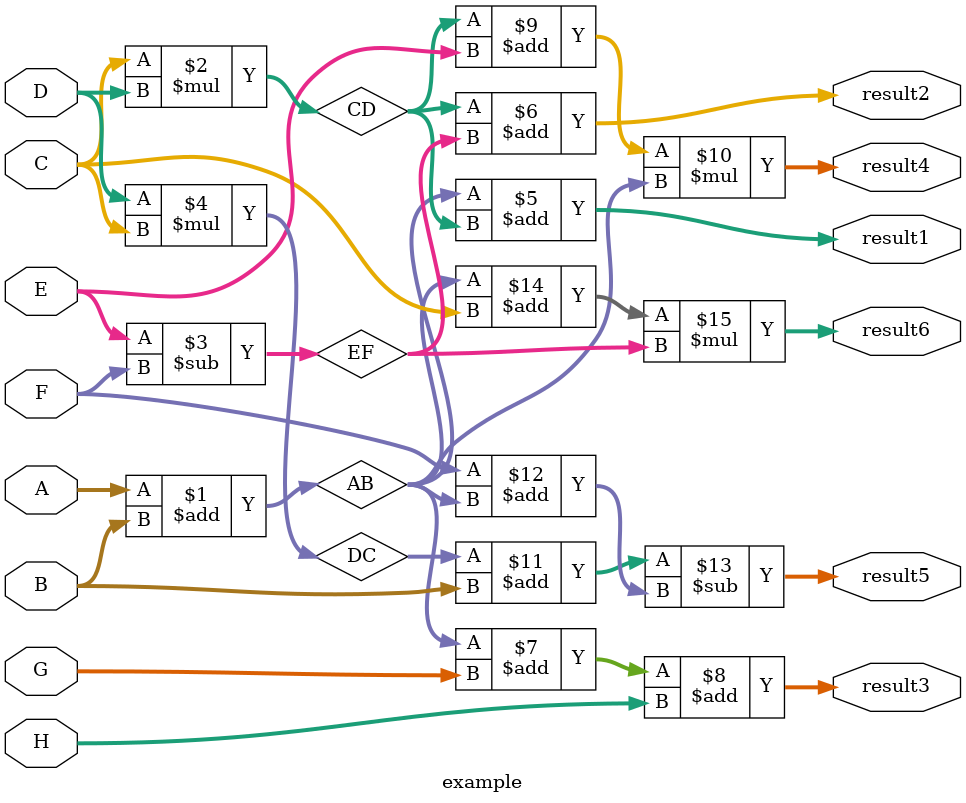
<source format=v>
module example(
    input [31:0] A, B, C, D, E, F, G, H,
    output [31:0] result1, result2, result3, result4, result5, result6
);

// Common subexpressions
wire [31:0] AB = A + B;
wire [31:0] CD = C * D;
wire [31:0] EF = E - F;
wire [31:0] DC = D * C;  // Since CD and DC are equivalent, only one needs to be calculated.

assign result1 = AB + CD;
assign result2 = CD + EF;
assign result3 = AB + G + H;
assign result4 = (CD + E) * AB;
assign result5 = DC + B - (F + AB);
assign result6 = (AB + C) * EF;

endmodule

</source>
